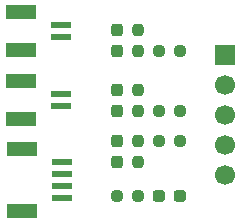
<source format=gbr>
%TF.GenerationSoftware,KiCad,Pcbnew,9.0.1*%
%TF.CreationDate,2025-04-15T19:42:40+08:00*%
%TF.ProjectId,HallConnector,48616c6c-436f-46e6-9e65-63746f722e6b,rev?*%
%TF.SameCoordinates,Original*%
%TF.FileFunction,Soldermask,Top*%
%TF.FilePolarity,Negative*%
%FSLAX46Y46*%
G04 Gerber Fmt 4.6, Leading zero omitted, Abs format (unit mm)*
G04 Created by KiCad (PCBNEW 9.0.1) date 2025-04-15 19:42:40*
%MOMM*%
%LPD*%
G01*
G04 APERTURE LIST*
G04 Aperture macros list*
%AMRoundRect*
0 Rectangle with rounded corners*
0 $1 Rounding radius*
0 $2 $3 $4 $5 $6 $7 $8 $9 X,Y pos of 4 corners*
0 Add a 4 corners polygon primitive as box body*
4,1,4,$2,$3,$4,$5,$6,$7,$8,$9,$2,$3,0*
0 Add four circle primitives for the rounded corners*
1,1,$1+$1,$2,$3*
1,1,$1+$1,$4,$5*
1,1,$1+$1,$6,$7*
1,1,$1+$1,$8,$9*
0 Add four rect primitives between the rounded corners*
20,1,$1+$1,$2,$3,$4,$5,0*
20,1,$1+$1,$4,$5,$6,$7,0*
20,1,$1+$1,$6,$7,$8,$9,0*
20,1,$1+$1,$8,$9,$2,$3,0*%
G04 Aperture macros list end*
%ADD10RoundRect,0.237500X0.250000X0.237500X-0.250000X0.237500X-0.250000X-0.237500X0.250000X-0.237500X0*%
%ADD11RoundRect,0.237500X-0.287500X-0.237500X0.287500X-0.237500X0.287500X0.237500X-0.287500X0.237500X0*%
%ADD12R,1.700000X1.700000*%
%ADD13C,1.700000*%
%ADD14R,1.700000X0.500000*%
%ADD15R,2.500000X1.200000*%
%ADD16RoundRect,0.237500X0.237500X-0.300000X0.237500X0.300000X-0.237500X0.300000X-0.237500X-0.300000X0*%
%ADD17RoundRect,0.237500X-0.250000X-0.237500X0.250000X-0.237500X0.250000X0.237500X-0.250000X0.237500X0*%
%ADD18RoundRect,0.237500X-0.237500X0.250000X-0.237500X-0.250000X0.237500X-0.250000X0.237500X0.250000X0*%
%ADD19RoundRect,0.237500X0.237500X-0.250000X0.237500X0.250000X-0.237500X0.250000X-0.237500X-0.250000X0*%
%ADD20RoundRect,0.237500X-0.237500X0.300000X-0.237500X-0.300000X0.237500X-0.300000X0.237500X0.300000X0*%
G04 APERTURE END LIST*
D10*
%TO.C,R7*%
X131595500Y-67691000D03*
X129770500Y-67691000D03*
%TD*%
D11*
%TO.C,D4*%
X133364000Y-67691000D03*
X135114000Y-67691000D03*
%TD*%
D12*
%TO.C,J1*%
X138961500Y-55729000D03*
D13*
X138961500Y-58269000D03*
X138961500Y-60809000D03*
X138961500Y-63349000D03*
X138961500Y-65889000D03*
%TD*%
D14*
%TO.C,U2*%
X125026500Y-53221000D03*
X125026500Y-54221000D03*
D15*
X121626500Y-55321000D03*
X121626500Y-52121000D03*
%TD*%
D16*
%TO.C,C2*%
X129794000Y-60425500D03*
X129794000Y-58700500D03*
%TD*%
D14*
%TO.C,CN3*%
X125153500Y-64794000D03*
X125153500Y-65794000D03*
X125153500Y-66794000D03*
X125153500Y-67794000D03*
D15*
X121753500Y-63694000D03*
X121753500Y-68894000D03*
%TD*%
D17*
%TO.C,R6*%
X133326500Y-55372000D03*
X135151500Y-55372000D03*
%TD*%
D18*
%TO.C,R2*%
X131572000Y-58650500D03*
X131572000Y-60475500D03*
%TD*%
D14*
%TO.C,U1*%
X125026500Y-59020000D03*
X125026500Y-60020000D03*
D15*
X121626500Y-61120000D03*
X121626500Y-57920000D03*
%TD*%
D17*
%TO.C,R5*%
X133326500Y-60452000D03*
X135151500Y-60452000D03*
%TD*%
D16*
%TO.C,C1*%
X129794000Y-55345500D03*
X129794000Y-53620500D03*
%TD*%
D18*
%TO.C,R1*%
X131572000Y-53570500D03*
X131572000Y-55395500D03*
%TD*%
D19*
%TO.C,R3*%
X131572000Y-64793500D03*
X131572000Y-62968500D03*
%TD*%
D20*
%TO.C,C3*%
X129794000Y-63018500D03*
X129794000Y-64743500D03*
%TD*%
D17*
%TO.C,R4*%
X133326500Y-62992000D03*
X135151500Y-62992000D03*
%TD*%
M02*

</source>
